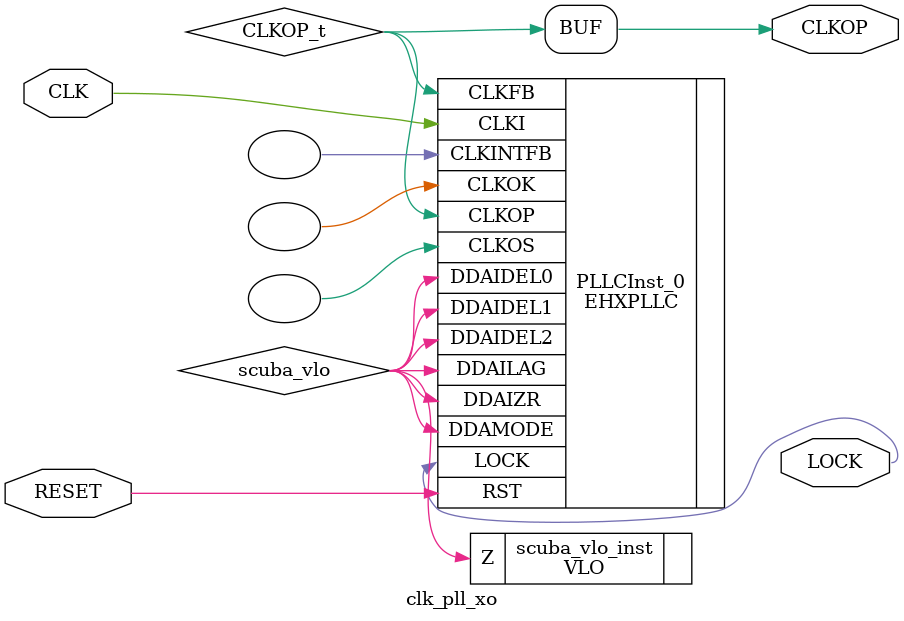
<source format=v>
/* Verilog netlist generated by SCUBA ispLever_v61_SP1_Build (17) */
/* Module Version: 3.4 */
/* C:\ispLEVER_6_1_ver37\ispfpga\bin\nt\scuba.exe -w -n pll_clk -lang verilog -synth synplify -arch mj5g00 -type pll -fin 200 -fclkop 200 -fclkop_tol 0.0 -delay_cntl STATIC -fdel 0 -fb_mode CLOCKTREE -noclkos -e  */
/* Wed Feb 14 10:36:31 2007 */


`timescale 1 ns / 1 ps
module clk_pll_xo (CLK, RESET, CLKOP, LOCK);
    input CLK;
    input RESET;
    output CLKOP;
    output LOCK;


    VLO scuba_vlo_inst (.Z(scuba_vlo));

    // synopsys translate_off
    defparam PLLCInst_0.DELAY_CNTL = "STATIC" ;
    defparam PLLCInst_0.FDEL = 0 ;
    defparam PLLCInst_0.DUTY = 4 ;
    defparam PLLCInst_0.PHASEADJ = 0 ;
    defparam PLLCInst_0.CLKOK_DIV = 2 ;
    defparam PLLCInst_0.CLKOP_DIV = 4 ;
    defparam PLLCInst_0.CLKFB_DIV = 1 ;
    defparam PLLCInst_0.CLKI_DIV = 1 ;
    // synopsys translate_on
    EHXPLLC PLLCInst_0 (.CLKI(CLK), .CLKFB(CLKOP_t), .RST(RESET), .DDAMODE(scuba_vlo), 
        .DDAIZR(scuba_vlo), .DDAILAG(scuba_vlo), .DDAIDEL0(scuba_vlo), .DDAIDEL1(scuba_vlo), 
        .DDAIDEL2(scuba_vlo), .CLKOP(CLKOP_t), .CLKOS(), .CLKOK(), .CLKINTFB(), 
        .LOCK(LOCK))
             /* synthesis DELAY_CNTL="STATIC" */
             /* synthesis FDEL="0" */
             /* synthesis DUTY="4" */
             /* synthesis PHASEADJ="0" */
             /* synthesis FREQUENCY_PIN_CLKOK="50.000000" */
             /* synthesis CLKOK_DIV="2" */
             /* synthesis FREQUENCY_PIN_CLKOS="200.000000" */
             /* synthesis FREQUENCY_PIN_CLKOP="200.000000" */
             /* synthesis FREQUENCY_PIN_CLKI="200.000000" */
             /* synthesis CLKOP_DIV="4" */
             /* synthesis CLKFB_DIV="1" */
             /* synthesis CLKI_DIV="1" */
             /* synthesis FIN="200.000000" */;

    assign CLKOP = CLKOP_t;


    // exemplar begin
    // exemplar attribute PLLCInst_0 DELAY_CNTL STATIC
    // exemplar attribute PLLCInst_0 FDEL 0
    // exemplar attribute PLLCInst_0 DUTY 4
    // exemplar attribute PLLCInst_0 PHASEADJ 0
    // exemplar attribute PLLCInst_0 FREQUENCY_PIN_CLKOK 50.000000
    // exemplar attribute PLLCInst_0 CLKOK_DIV 2
    // exemplar attribute PLLCInst_0 FREQUENCY_PIN_CLKOS 200.000000
    // exemplar attribute PLLCInst_0 FREQUENCY_PIN_CLKOP 200.000000
    // exemplar attribute PLLCInst_0 FREQUENCY_PIN_CLKI 200.000000
    // exemplar attribute PLLCInst_0 CLKOP_DIV 4
    // exemplar attribute PLLCInst_0 CLKFB_DIV 1
    // exemplar attribute PLLCInst_0 CLKI_DIV 1
    // exemplar attribute PLLCInst_0 FIN 200.000000
    // exemplar end

endmodule

</source>
